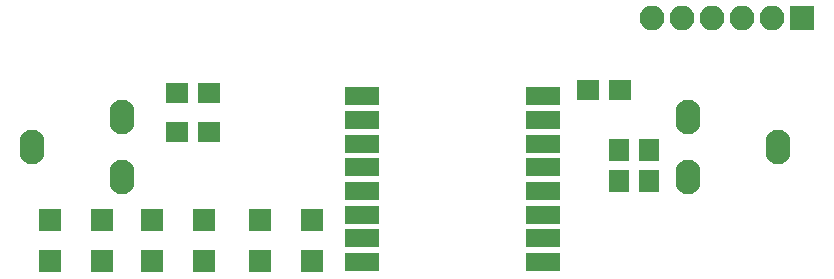
<source format=gts>
G04 #@! TF.GenerationSoftware,KiCad,Pcbnew,5.0.0-rc2-dev-unknown-r12647-81843c37*
G04 #@! TF.CreationDate,2018-05-28T15:16:23-04:00*
G04 #@! TF.ProjectId,Peapod PCB,506561706F64205043422E6B69636164,rev?*
G04 #@! TF.SameCoordinates,Original*
G04 #@! TF.FileFunction,Soldermask,Top*
G04 #@! TF.FilePolarity,Negative*
%FSLAX46Y46*%
G04 Gerber Fmt 4.6, Leading zero omitted, Abs format (unit mm)*
G04 Created by KiCad (PCBNEW 5.0.0-rc2-dev-unknown-r12647-81843c37) date Mon May 28 15:16:23 2018*
%MOMM*%
%LPD*%
G01*
G04 APERTURE LIST*
%ADD10O,2.111200X2.940000*%
%ADD11R,2.900000X1.500000*%
%ADD12R,1.900000X1.900000*%
%ADD13R,2.100000X2.100000*%
%ADD14O,2.100000X2.100000*%
%ADD15R,1.900000X1.700000*%
%ADD16R,1.700000X1.900000*%
G04 APERTURE END LIST*
D10*
X156340000Y-39370000D03*
X163960000Y-41910000D03*
X163960000Y-36830000D03*
X219460000Y-39370000D03*
X211840000Y-36830000D03*
X211840000Y-41910000D03*
D11*
X184212000Y-35052000D03*
X184212000Y-37052000D03*
X184212000Y-39052000D03*
X184212000Y-41052000D03*
X184212000Y-43052000D03*
X184212000Y-45052000D03*
X184212000Y-47052000D03*
X184212000Y-49052000D03*
X199612000Y-49052000D03*
X199612000Y-47052000D03*
X199612000Y-45052000D03*
X199612000Y-43052000D03*
X199612000Y-41052000D03*
X199612000Y-39052000D03*
X199612000Y-37052000D03*
X199612000Y-35052000D03*
D12*
X170881000Y-48994000D03*
X166431000Y-48994000D03*
X170881000Y-45494000D03*
X166431000Y-45494000D03*
X162245000Y-48994000D03*
X157795000Y-48994000D03*
X162245000Y-45494000D03*
X157795000Y-45494000D03*
X180025000Y-48994000D03*
X175575000Y-48994000D03*
X180025000Y-45494000D03*
X175575000Y-45494000D03*
D13*
X221488000Y-28448000D03*
D14*
X218948000Y-28448000D03*
X216408000Y-28448000D03*
X213868000Y-28448000D03*
X211328000Y-28448000D03*
X208788000Y-28448000D03*
D15*
X171276000Y-38100000D03*
X168576000Y-38100000D03*
X171276000Y-34798000D03*
X168576000Y-34798000D03*
D16*
X205994000Y-39544000D03*
X205994000Y-42244000D03*
D15*
X203374000Y-34544000D03*
X206074000Y-34544000D03*
D16*
X208534000Y-42244000D03*
X208534000Y-39544000D03*
M02*

</source>
